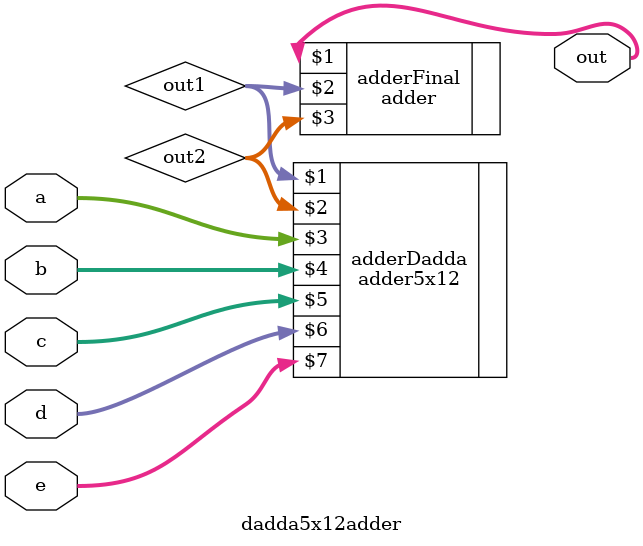
<source format=v>
`timescale 1ns / 1ps
module dadda5x12adder(
input [11:0] a,b,c,d,e,
output [14:0] out
    );
wire [14:0] out1,out2;
adder5x12 adderDadda(out1,out2,a,b,c,d,e);
adder adderFinal( out,out1,out2);

endmodule

</source>
